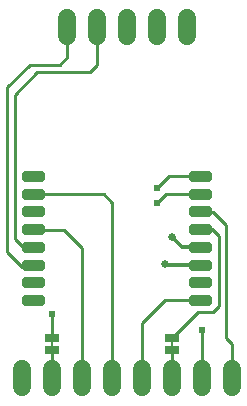
<source format=gtl>
G04 EAGLE Gerber RS-274X export*
G75*
%MOMM*%
%FSLAX34Y34*%
%LPD*%
%INTop Copper*%
%IPPOS*%
%AMOC8*
5,1,8,0,0,1.08239X$1,22.5*%
G01*
%ADD10C,0.648000*%
%ADD11C,1.524000*%
%ADD12C,0.203200*%
%ADD13R,1.270000X0.635000*%
%ADD14C,0.304800*%
%ADD15C,0.254000*%
%ADD16C,0.609600*%
%ADD17C,0.654800*%


D10*
X41360Y198830D02*
X28840Y198830D01*
X28840Y201350D01*
X41360Y201350D01*
X41360Y198830D01*
X41360Y183830D02*
X28840Y183830D01*
X28840Y186350D01*
X41360Y186350D01*
X41360Y183830D01*
X41360Y168830D02*
X28840Y168830D01*
X28840Y171350D01*
X41360Y171350D01*
X41360Y168830D01*
X41360Y153830D02*
X28840Y153830D01*
X28840Y156350D01*
X41360Y156350D01*
X41360Y153830D01*
X41360Y138830D02*
X28840Y138830D01*
X28840Y141350D01*
X41360Y141350D01*
X41360Y138830D01*
X41360Y123830D02*
X28840Y123830D01*
X28840Y126350D01*
X41360Y126350D01*
X41360Y123830D01*
X41360Y108830D02*
X28840Y108830D01*
X28840Y111350D01*
X41360Y111350D01*
X41360Y108830D01*
X41360Y93830D02*
X28840Y93830D01*
X28840Y96350D01*
X41360Y96350D01*
X41360Y93830D01*
X169840Y93830D02*
X182360Y93830D01*
X169840Y93830D02*
X169840Y96350D01*
X182360Y96350D01*
X182360Y93830D01*
X182360Y108830D02*
X169840Y108830D01*
X169840Y111350D01*
X182360Y111350D01*
X182360Y108830D01*
X182360Y123830D02*
X169840Y123830D01*
X169840Y126350D01*
X182360Y126350D01*
X182360Y123830D01*
X182360Y138830D02*
X169840Y138830D01*
X169840Y141350D01*
X182360Y141350D01*
X182360Y138830D01*
X182360Y153830D02*
X169840Y153830D01*
X169840Y156350D01*
X182360Y156350D01*
X182360Y153830D01*
X182360Y168830D02*
X169840Y168830D01*
X169840Y171350D01*
X182360Y171350D01*
X182360Y168830D01*
X182360Y183830D02*
X169840Y183830D01*
X169840Y186350D01*
X182360Y186350D01*
X182360Y183830D01*
X182360Y198830D02*
X169840Y198830D01*
X169840Y201350D01*
X182360Y201350D01*
X182360Y198830D01*
D11*
X63500Y318770D02*
X63500Y334010D01*
X88900Y334010D02*
X88900Y318770D01*
X114300Y318770D02*
X114300Y334010D01*
X139700Y334010D02*
X139700Y318770D01*
X165100Y318770D02*
X165100Y334010D01*
X203200Y36830D02*
X203200Y21590D01*
X177800Y21590D02*
X177800Y36830D01*
X152400Y36830D02*
X152400Y21590D01*
X127000Y21590D02*
X127000Y36830D01*
X101600Y36830D02*
X101600Y21590D01*
X76200Y21590D02*
X76200Y36830D01*
X50800Y36830D02*
X50800Y21590D01*
X25400Y21590D02*
X25400Y36830D01*
D12*
X50800Y54610D02*
X50800Y62230D01*
D13*
X50800Y53340D03*
X50800Y63500D03*
D12*
X152400Y62230D02*
X152400Y54610D01*
D13*
X152400Y53340D03*
X152400Y63500D03*
D14*
X35100Y140090D02*
X26280Y140090D01*
D15*
X19050Y147320D01*
X19050Y269240D01*
X38100Y288290D01*
X82550Y288290D02*
X88900Y294640D01*
X88900Y326390D01*
X82550Y288290D02*
X38100Y288290D01*
X149290Y200090D02*
X176100Y200090D01*
X149290Y200090D02*
X139700Y190500D01*
D16*
X139700Y190500D03*
D15*
X50800Y83820D02*
X50800Y63500D01*
D16*
X50800Y83820D03*
X139700Y177800D03*
D15*
X146990Y185090D01*
X176100Y185090D01*
X198120Y158750D02*
X198120Y63500D01*
X198120Y158750D02*
X186690Y170180D01*
X176190Y170180D01*
D14*
X176100Y170090D01*
D15*
X198120Y63500D02*
X203200Y58420D01*
X203200Y29210D01*
X186690Y85090D02*
X191770Y90170D01*
D14*
X186540Y155090D02*
X176100Y155090D01*
D15*
X191770Y149860D02*
X191770Y90170D01*
X191770Y149860D02*
X186540Y155090D01*
X173990Y85090D02*
X152400Y63500D01*
X173990Y85090D02*
X186690Y85090D01*
D14*
X176100Y95090D02*
X175940Y95250D01*
D15*
X146050Y95250D02*
X127000Y76200D01*
X146050Y95250D02*
X175940Y95250D01*
X127000Y76200D02*
X127000Y29210D01*
X63500Y300990D02*
X63500Y326390D01*
X63500Y300990D02*
X57150Y294640D01*
X31750Y294640D01*
X12700Y275590D01*
X12700Y135890D02*
X25400Y123190D01*
D14*
X33200Y123190D01*
X35100Y125090D01*
D15*
X12700Y135890D02*
X12700Y275590D01*
X101600Y177800D02*
X101600Y29210D01*
X94310Y185090D02*
X35100Y185090D01*
X94310Y185090D02*
X101600Y177800D01*
X76200Y139700D02*
X76200Y29210D01*
X60810Y155090D02*
X35100Y155090D01*
X60810Y155090D02*
X76200Y139700D01*
D14*
X160900Y140090D02*
X176100Y140090D01*
X160900Y140090D02*
X152400Y148590D01*
D17*
X152400Y148590D03*
D15*
X177800Y69850D02*
X177800Y29210D01*
D16*
X177800Y69850D03*
D14*
X176100Y125090D02*
X146690Y125090D01*
X146050Y125730D01*
D17*
X146050Y125730D03*
D15*
X50800Y53340D02*
X50800Y29210D01*
X152400Y29210D02*
X152400Y53340D01*
M02*

</source>
